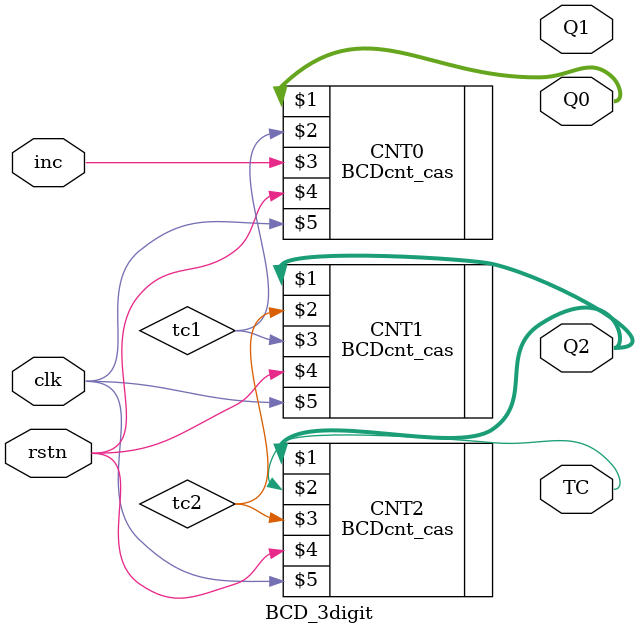
<source format=v>
`timescale 1ns / 1ps


module BCD_3digit(
    output [3:0] Q0, Q1, Q2,
    output TC,
    input inc, rstn, clk);
    
    wire tc1, tc2;
    
    BCDcnt_cas CNT0(Q0, tc1, inc, rstn, clk);
    BCDcnt_cas CNT1(Q2, tc2, tc1, rstn, clk);
    BCDcnt_cas CNT2(Q2, TC, tc2, rstn, clk);
    
endmodule

</source>
